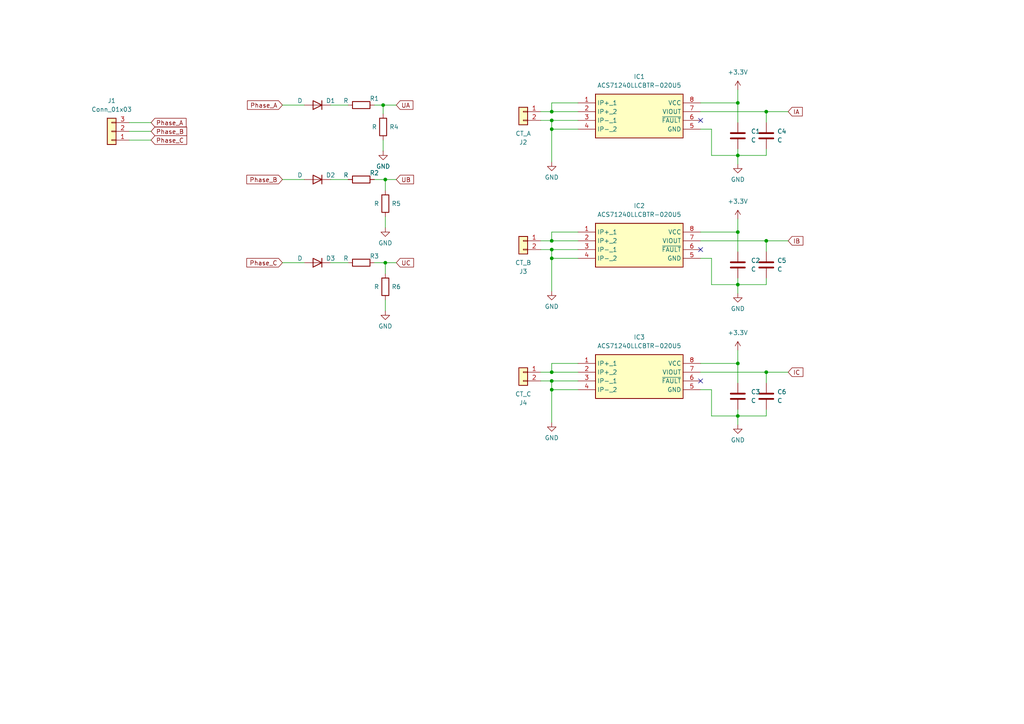
<source format=kicad_sch>
(kicad_sch (version 20250114) (generator "eeschema") (generator_version "9.0")
  (paper "A4")
  (lib_symbols
    (symbol "Connector_Generic:Conn_01x02" (pin_names (offset 1.016) (hide yes))
      (property "Reference" "J" (at 0 2.54 0))
      (property "Value" "Conn_01x02" (at 0 -5.08 0))
      (symbol "Conn_01x02_1_1"
        (rectangle (start -1.27 1.27) (end 1.27 -3.81) (stroke (width 0.254)) (fill (type background)))
        (rectangle (start -1.27 0.127) (end 0 -0.127) (stroke (width 0.1524)))
        (rectangle (start -1.27 -2.413) (end 0 -2.667) (stroke (width 0.1524)))
        (pin passive line (at -5.08 0 0) (length 3.81) (name "Pin_1") (number "1"))
        (pin passive line (at -5.08 -2.54 0) (length 3.81) (name "Pin_2") (number "2"))
      )
    )
    (symbol "Connector_Generic:Conn_01x03" (pin_names (offset 1.016) (hide yes))
      (property "Reference" "J" (at 0 5.08 0))
      (property "Value" "Conn_01x03" (at 0 -5.08 0))
      (symbol "Conn_01x03_1_1"
        (rectangle (start -1.27 3.81) (end 1.27 -3.81) (stroke (width 0.254)) (fill (type background)))
        (rectangle (start -1.27 2.667) (end 0 2.413) (stroke (width 0.1524)))
        (rectangle (start -1.27 0.127) (end 0 -0.127) (stroke (width 0.1524)))
        (rectangle (start -1.27 -2.413) (end 0 -2.667) (stroke (width 0.1524)))
        (pin passive line (at -5.08 2.54 0) (length 3.81) (name "Pin_1") (number "1"))
        (pin passive line (at -5.08 0 0) (length 3.81) (name "Pin_2") (number "2"))
        (pin passive line (at -5.08 -2.54 0) (length 3.81) (name "Pin_3") (number "3"))
      )
    )
    (symbol "Device:C" (pin_numbers (hide yes)) (pin_names (offset 0.254))
      (property "Reference" "C" (at 0.635 2.54 0))
      (property "Value" "C" (at 0.635 -2.54 0))
      (symbol "C_0_1"
        (polyline (pts (xy -2.032 0.762) (xy 2.032 0.762)) (stroke (width 0.508)))
        (polyline (pts (xy -2.032 -0.762) (xy 2.032 -0.762)) (stroke (width 0.508)))
      )
      (symbol "C_1_1"
        (pin passive line (at 0 3.81 270) (length 2.794) (name "~") (number "1"))
        (pin passive line (at 0 -3.81 90) (length 2.794) (name "~") (number "2"))
      )
    )
    (symbol "Device:D" (pin_numbers (hide yes)) (pin_names (offset 1.016) (hide yes))
      (property "Reference" "D" (at 0 2.54 0))
      (property "Value" "D" (at 0 -2.54 0))
      (symbol "D_0_1"
        (polyline (pts (xy -1.27 1.27) (xy -1.27 -1.27)) (stroke (width 0.254)))
        (polyline (pts (xy 1.27 1.27) (xy 1.27 -1.27) (xy -1.27 0) (xy 1.27 1.27)) (stroke (width 0.254)))
        (polyline (pts (xy 1.27 0) (xy -1.27 0)))
      )
      (symbol "D_1_1"
        (pin passive line (at -3.81 0 0) (length 2.54) (name "K") (number "1"))
        (pin passive line (at 3.81 0 180) (length 2.54) (name "A") (number "2"))
      )
    )
    (symbol "Device:R" (pin_numbers (hide yes)) (pin_names (offset 0))
      (property "Reference" "R" (at 2.032 0 90))
      (property "Value" "R" (at 0 0 90))
      (symbol "R_0_1"
        (rectangle (start -1.016 -2.54) (end 1.016 2.54) (stroke (width 0.254)))
      )
      (symbol "R_1_1"
        (pin passive line (at 0 3.81 270) (length 1.27) (name "~") (number "1"))
        (pin passive line (at 0 -3.81 90) (length 1.27) (name "~") (number "2"))
      )
    )
    (symbol "acs712:ACS71240LLCBTR-020U5"
      (property "Reference" "IC" (at 31.75 7.62 0))
      (property "Value" "ACS71240LLCBTR-020U5" (at 31.75 5.08 0))
      (symbol "ACS71240LLCBTR-020U5_1_1"
        (rectangle (start 5.08 2.54) (end 30.48 -10.16) (stroke (width 0.254)) (fill (type background)))
        (pin passive line (at 0 0 0) (length 5.08) (name "IP+_1") (number "1"))
        (pin passive line (at 0 -2.54 0) (length 5.08) (name "IP+_2") (number "2"))
        (pin passive line (at 0 -5.08 0) (length 5.08) (name "IP-_1") (number "3"))
        (pin passive line (at 0 -7.62 0) (length 5.08) (name "IP-_2") (number "4"))
        (pin passive line (at 35.56 0 180) (length 5.08) (name "VCC") (number "8"))
        (pin passive line (at 35.56 -2.54 180) (length 5.08) (name "VIOUT") (number "7"))
        (pin passive line (at 35.56 -5.08 180) (length 5.08) (name "~{FAULT}") (number "6"))
        (pin passive line (at 35.56 -7.62 180) (length 5.08) (name "GND") (number "5"))
      )
    )
    (symbol "power:+3.3V" (power) (pin_numbers (hide yes)) (pin_names (offset 0) (hide yes))
      (property "Value" "+3.3V" (at 0 3.556 0))
      (symbol "+3.3V_0_1"
        (polyline (pts (xy -0.762 1.27) (xy 0 2.54)))
        (polyline (pts (xy 0 2.54) (xy 0.762 1.27)))
        (polyline (pts (xy 0 0) (xy 0 2.54)))
      )
      (symbol "+3.3V_1_1"
        (pin power_in line (at 0 0 90) (length 0) (name "~") (number "1"))
      )
    )
    (symbol "power:GND" (power) (pin_numbers (hide yes)) (pin_names (offset 0) (hide yes))
      (property "Value" "GND" (at 0 -3.81 0))
      (symbol "GND_0_1"
        (polyline (pts (xy 0 0) (xy 0 -1.27) (xy 1.27 -1.27) (xy 0 -2.54) (xy -1.27 -1.27) (xy 0 -1.27)))
      )
      (symbol "GND_1_1"
        (pin power_in line (at 0 0 270) (length 0) (name "~") (number "1"))
      )
    )
  )
  (junction (at 222.25 107.95))
  (junction (at 111.76 76.2))
  (junction (at 213.995 105.41))
  (junction (at 111.76 52.07))
  (junction (at 160.02 113.03))
  (junction (at 213.995 67.31))
  (junction (at 160.02 74.93))
  (junction (at 222.25 32.385))
  (junction (at 213.995 45.085))
  (junction (at 213.995 120.65))
  (junction (at 160.02 72.39))
  (junction (at 111.125 30.48))
  (junction (at 160.02 32.385))
  (junction (at 160.02 110.49))
  (junction (at 160.02 34.925))
  (junction (at 160.02 69.85))
  (junction (at 213.995 29.845))
  (junction (at 160.02 107.95))
  (junction (at 222.25 69.85))
  (junction (at 213.995 82.55))
  (junction (at 160.02 37.465))
  (no_connect (at 203.2 110.49))
  (no_connect (at 203.2 34.925))
  (no_connect (at 203.2 72.39))
  (wire (pts (xy 111.76 79.375) (xy 111.76 76.2)))
  (wire (pts (xy 156.845 72.39) (xy 160.02 72.39)))
  (wire (pts (xy 37.465 38.1) (xy 43.815 38.1)))
  (wire (pts (xy 160.02 72.39) (xy 160.02 74.93)))
  (wire (pts (xy 95.885 30.48) (xy 100.965 30.48)))
  (wire (pts (xy 203.2 105.41) (xy 213.995 105.41)))
  (wire (pts (xy 160.02 105.41) (xy 167.64 105.41)))
  (wire (pts (xy 156.845 34.925) (xy 160.02 34.925)))
  (wire (pts (xy 222.25 73.025) (xy 222.25 69.85)))
  (wire (pts (xy 203.2 67.31) (xy 213.995 67.31)))
  (wire (pts (xy 95.885 76.2) (xy 100.965 76.2)))
  (wire (pts (xy 203.2 107.95) (xy 222.25 107.95)))
  (wire (pts (xy 213.995 105.41) (xy 213.995 101.6)))
  (wire (pts (xy 160.02 32.385) (xy 167.64 32.385)))
  (wire (pts (xy 160.02 37.465) (xy 160.02 46.99)))
  (wire (pts (xy 160.02 69.85) (xy 160.02 67.31)))
  (wire (pts (xy 160.02 34.925) (xy 160.02 37.465)))
  (wire (pts (xy 160.02 32.385) (xy 160.02 29.845)))
  (wire (pts (xy 111.76 90.17) (xy 111.76 86.995)))
  (wire (pts (xy 156.845 69.85) (xy 160.02 69.85)))
  (wire (pts (xy 160.02 107.95) (xy 167.64 107.95)))
  (wire (pts (xy 95.885 52.07) (xy 100.965 52.07)))
  (wire (pts (xy 206.375 37.465) (xy 206.375 45.085)))
  (wire (pts (xy 108.585 76.2) (xy 111.76 76.2)))
  (wire (pts (xy 156.845 110.49) (xy 160.02 110.49)))
  (wire (pts (xy 167.64 37.465) (xy 160.02 37.465)))
  (wire (pts (xy 213.995 43.18) (xy 213.995 45.085)))
  (wire (pts (xy 203.2 32.385) (xy 222.25 32.385)))
  (wire (pts (xy 203.2 37.465) (xy 206.375 37.465)))
  (wire (pts (xy 213.995 67.31) (xy 213.995 63.5)))
  (wire (pts (xy 37.465 35.56) (xy 43.815 35.56)))
  (wire (pts (xy 213.995 82.55) (xy 206.375 82.55)))
  (wire (pts (xy 111.125 30.48) (xy 114.935 30.48)))
  (wire (pts (xy 111.76 66.04) (xy 111.76 62.865)))
  (wire (pts (xy 206.375 74.93) (xy 206.375 82.55)))
  (wire (pts (xy 213.995 118.745) (xy 213.995 120.65)))
  (wire (pts (xy 213.995 47.625) (xy 213.995 45.085)))
  (wire (pts (xy 213.995 123.19) (xy 213.995 120.65)))
  (wire (pts (xy 111.125 33.02) (xy 111.125 30.48)))
  (wire (pts (xy 111.125 43.815) (xy 111.125 40.64)))
  (wire (pts (xy 167.64 74.93) (xy 160.02 74.93)))
  (wire (pts (xy 156.845 32.385) (xy 160.02 32.385)))
  (wire (pts (xy 213.995 85.09) (xy 213.995 82.55)))
  (wire (pts (xy 203.2 29.845) (xy 213.995 29.845)))
  (wire (pts (xy 81.915 52.07) (xy 88.265 52.07)))
  (wire (pts (xy 111.76 52.07) (xy 114.935 52.07)))
  (wire (pts (xy 203.2 74.93) (xy 206.375 74.93)))
  (wire (pts (xy 222.25 107.95) (xy 228.6 107.95)))
  (wire (pts (xy 108.585 52.07) (xy 111.76 52.07)))
  (wire (pts (xy 111.76 55.245) (xy 111.76 52.07)))
  (wire (pts (xy 108.585 30.48) (xy 111.125 30.48)))
  (wire (pts (xy 213.995 73.025) (xy 213.995 67.31)))
  (wire (pts (xy 160.02 110.49) (xy 160.02 113.03)))
  (wire (pts (xy 222.25 43.18) (xy 222.25 45.085)))
  (wire (pts (xy 213.995 120.65) (xy 206.375 120.65)))
  (wire (pts (xy 203.2 113.03) (xy 206.375 113.03)))
  (wire (pts (xy 167.64 34.925) (xy 160.02 34.925)))
  (wire (pts (xy 160.02 29.845) (xy 167.64 29.845)))
  (wire (pts (xy 37.465 40.64) (xy 43.815 40.64)))
  (wire (pts (xy 160.02 107.95) (xy 160.02 105.41)))
  (wire (pts (xy 222.25 118.745) (xy 222.25 120.65)))
  (wire (pts (xy 160.02 69.85) (xy 167.64 69.85)))
  (wire (pts (xy 206.375 113.03) (xy 206.375 120.65)))
  (wire (pts (xy 222.25 111.125) (xy 222.25 107.95)))
  (wire (pts (xy 222.25 120.65) (xy 213.995 120.65)))
  (wire (pts (xy 203.2 69.85) (xy 222.25 69.85)))
  (wire (pts (xy 160.02 113.03) (xy 160.02 122.555)))
  (wire (pts (xy 160.02 67.31) (xy 167.64 67.31)))
  (wire (pts (xy 81.915 76.2) (xy 88.265 76.2)))
  (wire (pts (xy 213.995 29.845) (xy 213.995 26.035)))
  (wire (pts (xy 156.845 107.95) (xy 160.02 107.95)))
  (wire (pts (xy 222.25 35.56) (xy 222.25 32.385)))
  (wire (pts (xy 222.25 32.385) (xy 228.6 32.385)))
  (wire (pts (xy 222.25 69.85) (xy 228.6 69.85)))
  (wire (pts (xy 167.64 110.49) (xy 160.02 110.49)))
  (wire (pts (xy 167.64 72.39) (xy 160.02 72.39)))
  (wire (pts (xy 160.02 74.93) (xy 160.02 84.455)))
  (wire (pts (xy 213.995 80.645) (xy 213.995 82.55)))
  (wire (pts (xy 81.915 30.48) (xy 88.265 30.48)))
  (wire (pts (xy 167.64 113.03) (xy 160.02 113.03)))
  (wire (pts (xy 222.25 82.55) (xy 213.995 82.55)))
  (wire (pts (xy 111.76 76.2) (xy 114.935 76.2)))
  (wire (pts (xy 213.995 45.085) (xy 206.375 45.085)))
  (wire (pts (xy 213.995 111.125) (xy 213.995 105.41)))
  (wire (pts (xy 213.995 35.56) (xy 213.995 29.845)))
  (wire (pts (xy 222.25 45.085) (xy 213.995 45.085)))
  (wire (pts (xy 222.25 80.645) (xy 222.25 82.55)))
  (global_label "UA" (shape input) (at 114.935 30.48 0) (property "Intersheetrefs" "${INTERSHEET_REFS}" (effects (hide yes))))
  (global_label "IC" (shape input) (at 228.6 107.95 0) (property "Intersheetrefs" "${INTERSHEET_REFS}" (effects (hide yes))))
  (global_label "Phase_C" (shape input) (at 43.815 40.64 0) (property "Intersheetrefs" "${INTERSHEET_REFS}" (effects (hide yes))))
  (global_label "Phase_B" (shape input) (at 81.915 52.07 180) (property "Intersheetrefs" "${INTERSHEET_REFS}" (effects (hide yes))))
  (global_label "Phase_B" (shape input) (at 43.815 38.1 0) (property "Intersheetrefs" "${INTERSHEET_REFS}" (effects (hide yes))))
  (global_label "Phase_A" (shape input) (at 81.915 30.48 180) (property "Intersheetrefs" "${INTERSHEET_REFS}" (effects (hide yes))))
  (global_label "Phase_C" (shape input) (at 81.915 76.2 180) (property "Intersheetrefs" "${INTERSHEET_REFS}" (effects (hide yes))))
  (global_label "UC" (shape input) (at 114.935 76.2 0) (property "Intersheetrefs" "${INTERSHEET_REFS}" (effects (hide yes))))
  (global_label "IB" (shape input) (at 228.6 69.85 0) (property "Intersheetrefs" "${INTERSHEET_REFS}" (effects (hide yes))))
  (global_label "Phase_A" (shape input) (at 43.815 35.56 0) (property "Intersheetrefs" "${INTERSHEET_REFS}" (effects (hide yes))))
  (global_label "UB" (shape input) (at 114.935 52.07 0) (property "Intersheetrefs" "${INTERSHEET_REFS}" (effects (hide yes))))
  (global_label "IA" (shape input) (at 228.6 32.385 0) (property "Intersheetrefs" "${INTERSHEET_REFS}" (effects (hide yes))))
  (symbol (lib_id "Device:C") (at 222.25 39.37 0) (unit 1)
    (property "Reference" "C4" (at 225.425 38.0999 0) (effects (justify left)))
    (property "Value" "C" (at 225.425 40.6399 0) (effects (justify left)))
    (property "Description" "Unpolarized capacitor" (effects (hide yes)))
  )
  (symbol (lib_id "Device:R") (at 104.775 76.2 90) (unit 1)
    (property "Reference" "R3" (at 108.585 74.295 90))
    (property "Value" "R" (at 100.33 74.93 90))
    (property "Description" "Resistor" (effects (hide yes)))
  )
  (symbol (lib_id "Device:D") (at 92.075 76.2 180) (unit 1)
    (property "Reference" "D3" (at 95.885 74.93 0))
    (property "Value" "D" (at 86.995 74.93 0))
    (property "Description" "Diode" (effects (hide yes)))
    (property "Sim.Device" "D" (effects (hide yes)))
    (property "Sim.Pins" "1=K 2=A" (effects (hide yes)))
  )
  (symbol (lib_id "Connector_Generic:Conn_01x02") (at 151.765 69.85 0) (mirror y) (unit 1)
    (property "Reference" "J3" (at 151.765 78.74 0))
    (property "Value" "CT_B" (at 151.765 76.2 0))
    (property "Description" "Generic connector, single row, 01x02, script generated (kicad-library-utils/schlib/autogen/connector/)" (effects (hide yes)))
  )
  (symbol (lib_id "power:GND") (at 213.995 47.625 0) (unit 1)
    (property "Reference" "#PWR05" (effects (hide yes)))
    (property "Value" "GND" (at 213.995 52.07 0))
    (property "Description" "Power symbol creates a global label with name \"GND\" , ground" (effects (hide yes)))
  )
  (symbol (lib_id "Device:C") (at 213.995 76.835 0) (unit 1)
    (property "Reference" "C2" (at 217.805 75.5649 0) (effects (justify left)))
    (property "Value" "C" (at 217.805 78.1049 0) (effects (justify left)))
    (property "Description" "Unpolarized capacitor" (effects (hide yes)))
  )
  (symbol (lib_id "power:+3.3V") (at 213.995 26.035 0) (unit 1)
    (property "Reference" "#PWR06" (effects (hide yes)))
    (property "Value" "+3.3V" (at 213.995 20.955 0))
    (property "Description" "Power symbol creates a global label with name \"+3.3V\"" (effects (hide yes)))
  )
  (symbol (lib_id "power:GND") (at 213.995 123.19 0) (unit 1)
    (property "Reference" "#PWR012" (effects (hide yes)))
    (property "Value" "GND" (at 213.995 127.635 0))
    (property "Description" "Power symbol creates a global label with name \"GND\" , ground" (effects (hide yes)))
  )
  (symbol (lib_id "Device:R") (at 111.76 83.185 0) (unit 1)
    (property "Reference" "R6" (at 114.935 83.185 0))
    (property "Value" "R" (at 109.22 83.185 0))
    (property "Description" "Resistor" (effects (hide yes)))
  )
  (symbol (lib_id "Device:D") (at 92.075 52.07 180) (unit 1)
    (property "Reference" "D2" (at 95.885 50.8 0))
    (property "Value" "D" (at 86.995 50.8 0))
    (property "Description" "Diode" (effects (hide yes)))
    (property "Sim.Device" "D" (effects (hide yes)))
    (property "Sim.Pins" "1=K 2=A" (effects (hide yes)))
  )
  (symbol (lib_id "power:GND") (at 160.02 46.99 0) (unit 1)
    (property "Reference" "#PWR01" (effects (hide yes)))
    (property "Value" "GND" (at 160.02 51.435 0))
    (property "Description" "Power symbol creates a global label with name \"GND\" , ground" (effects (hide yes)))
  )
  (symbol (lib_id "Device:R") (at 111.125 36.83 0) (unit 1)
    (property "Reference" "R4" (at 114.3 36.83 0))
    (property "Value" "R" (at 108.585 36.83 0))
    (property "Description" "Resistor" (effects (hide yes)))
  )
  (symbol (lib_id "Device:R") (at 111.76 59.055 0) (unit 1)
    (property "Reference" "R5" (at 114.935 59.055 0))
    (property "Value" "R" (at 109.22 59.055 0))
    (property "Description" "Resistor" (effects (hide yes)))
  )
  (symbol (lib_id "Device:R") (at 104.775 52.07 90) (unit 1)
    (property "Reference" "R2" (at 108.585 50.165 90))
    (property "Value" "R" (at 100.33 50.8 90))
    (property "Description" "Resistor" (effects (hide yes)))
  )
  (symbol (lib_id "power:+3.3V") (at 213.995 63.5 0) (unit 1)
    (property "Reference" "#PWR08" (effects (hide yes)))
    (property "Value" "+3.3V" (at 213.995 58.42 0))
    (property "Description" "Power symbol creates a global label with name \"+3.3V\"" (effects (hide yes)))
  )
  (symbol (lib_id "Device:D") (at 92.075 30.48 180) (unit 1)
    (property "Reference" "D1" (at 95.885 29.21 0))
    (property "Value" "D" (at 86.995 29.21 0))
    (property "Description" "Diode" (effects (hide yes)))
    (property "Sim.Device" "D" (effects (hide yes)))
    (property "Sim.Pins" "1=K 2=A" (effects (hide yes)))
  )
  (symbol (lib_id "Device:R") (at 104.775 30.48 90) (unit 1)
    (property "Reference" "R1" (at 108.585 28.575 90))
    (property "Value" "R" (at 100.33 29.21 90))
    (property "Description" "Resistor" (effects (hide yes)))
  )
  (symbol (lib_id "Device:C") (at 213.995 114.935 0) (unit 1)
    (property "Reference" "C3" (at 217.805 113.6649 0) (effects (justify left)))
    (property "Value" "C" (at 217.805 116.2049 0) (effects (justify left)))
    (property "Description" "Unpolarized capacitor" (effects (hide yes)))
  )
  (symbol (lib_id "Device:C") (at 222.25 114.935 0) (unit 1)
    (property "Reference" "C6" (at 225.425 113.6649 0) (effects (justify left)))
    (property "Value" "C" (at 225.425 116.2049 0) (effects (justify left)))
    (property "Description" "Unpolarized capacitor" (effects (hide yes)))
  )
  (symbol (lib_id "acs712:ACS71240LLCBTR-020U5") (at 167.64 105.41 0) (unit 1)
    (property "Reference" "IC3" (at 185.42 97.79 0))
    (property "Value" "ACS71240LLCBTR-020U5" (at 185.42 100.33 0))
    (property "Footprint" "SOIC127P600X175-8N" (effects (hide yes)))
    (property "Datasheet" "https://www.mouser.de/datasheet/2/1115/ACS71240_Datasheet-3079675.pdf" (effects (hide yes)))
    (property "Description" "Board Mount Current Sensors CURRENT SENSOR IC WITH COMMON MODE REJECTION AND OVERCURRENT FAULT" (effects (hide yes)))
    (property "Height" "1.75" (effects (hide yes)))
    (property "Mouser Part Number" "250-S71240LLCBTR020U" (effects (hide yes)))
    (property "Mouser Price/Stock" "https://www.mouser.co.uk/ProductDetail/Allegro-MicroSystems/ACS71240LLCBTR-020U5?qs=rQFj71Wb1eXatIJDjqEsyg%3D%3D" (effects (hide yes)))
    (property "Manufacturer_Name" "Allegro Microsystems" (effects (hide yes)))
    (property "Manufacturer_Part_Number" "ACS71240LLCBTR-020U5" (effects (hide yes)))
  )
  (symbol (lib_id "acs712:ACS71240LLCBTR-020U5") (at 167.64 67.31 0) (unit 1)
    (property "Reference" "IC2" (at 185.42 59.69 0))
    (property "Value" "ACS71240LLCBTR-020U5" (at 185.42 62.23 0))
    (property "Footprint" "SOIC127P600X175-8N" (effects (hide yes)))
    (property "Datasheet" "https://www.mouser.de/datasheet/2/1115/ACS71240_Datasheet-3079675.pdf" (effects (hide yes)))
    (property "Description" "Board Mount Current Sensors CURRENT SENSOR IC WITH COMMON MODE REJECTION AND OVERCURRENT FAULT" (effects (hide yes)))
    (property "Height" "1.75" (effects (hide yes)))
    (property "Mouser Part Number" "250-S71240LLCBTR020U" (effects (hide yes)))
    (property "Mouser Price/Stock" "https://www.mouser.co.uk/ProductDetail/Allegro-MicroSystems/ACS71240LLCBTR-020U5?qs=rQFj71Wb1eXatIJDjqEsyg%3D%3D" (effects (hide yes)))
    (property "Manufacturer_Name" "Allegro Microsystems" (effects (hide yes)))
    (property "Manufacturer_Part_Number" "ACS71240LLCBTR-020U5" (effects (hide yes)))
  )
  (symbol (lib_id "Device:C") (at 222.25 76.835 0) (unit 1)
    (property "Reference" "C5" (at 225.425 75.5649 0) (effects (justify left)))
    (property "Value" "C" (at 225.425 78.1049 0) (effects (justify left)))
    (property "Description" "Unpolarized capacitor" (effects (hide yes)))
  )
  (symbol (lib_id "power:GND") (at 213.995 85.09 0) (unit 1)
    (property "Reference" "#PWR09" (effects (hide yes)))
    (property "Value" "GND" (at 213.995 89.535 0))
    (property "Description" "Power symbol creates a global label with name \"GND\" , ground" (effects (hide yes)))
  )
  (symbol (lib_id "acs712:ACS71240LLCBTR-020U5") (at 167.64 29.845 0) (unit 1)
    (property "Reference" "IC1" (at 185.42 22.225 0))
    (property "Value" "ACS71240LLCBTR-020U5" (at 185.42 24.765 0))
    (property "Footprint" "SOIC127P600X175-8N" (effects (hide yes)))
    (property "Datasheet" "https://www.mouser.de/datasheet/2/1115/ACS71240_Datasheet-3079675.pdf" (effects (hide yes)))
    (property "Description" "Board Mount Current Sensors CURRENT SENSOR IC WITH COMMON MODE REJECTION AND OVERCURRENT FAULT" (effects (hide yes)))
    (property "Height" "1.75" (effects (hide yes)))
    (property "Mouser Part Number" "250-S71240LLCBTR020U" (effects (hide yes)))
    (property "Mouser Price/Stock" "https://www.mouser.co.uk/ProductDetail/Allegro-MicroSystems/ACS71240LLCBTR-020U5?qs=rQFj71Wb1eXatIJDjqEsyg%3D%3D" (effects (hide yes)))
    (property "Manufacturer_Name" "Allegro Microsystems" (effects (hide yes)))
    (property "Manufacturer_Part_Number" "ACS71240LLCBTR-020U5" (effects (hide yes)))
  )
  (symbol (lib_id "Device:C") (at 213.995 39.37 0) (unit 1)
    (property "Reference" "C1" (at 217.805 38.0999 0) (effects (justify left)))
    (property "Value" "C" (at 217.805 40.6399 0) (effects (justify left)))
    (property "Description" "Unpolarized capacitor" (effects (hide yes)))
  )
  (symbol (lib_id "power:GND") (at 160.02 122.555 0) (unit 1)
    (property "Reference" "#PWR010" (effects (hide yes)))
    (property "Value" "GND" (at 160.02 127 0))
    (property "Description" "Power symbol creates a global label with name \"GND\" , ground" (effects (hide yes)))
  )
  (symbol (lib_id "power:GND") (at 111.76 90.17 0) (unit 1)
    (property "Reference" "#PWR04" (effects (hide yes)))
    (property "Value" "GND" (at 111.76 94.615 0))
    (property "Description" "Power symbol creates a global label with name \"GND\" , ground" (effects (hide yes)))
  )
  (symbol (lib_id "power:GND") (at 111.125 43.815 0) (unit 1)
    (property "Reference" "#PWR02" (effects (hide yes)))
    (property "Value" "GND" (at 111.125 48.26 0))
    (property "Description" "Power symbol creates a global label with name \"GND\" , ground" (effects (hide yes)))
  )
  (symbol (lib_id "power:GND") (at 160.02 84.455 0) (unit 1)
    (property "Reference" "#PWR07" (effects (hide yes)))
    (property "Value" "GND" (at 160.02 88.9 0))
    (property "Description" "Power symbol creates a global label with name \"GND\" , ground" (effects (hide yes)))
  )
  (symbol (lib_id "power:+3.3V") (at 213.995 101.6 0) (unit 1)
    (property "Reference" "#PWR011" (effects (hide yes)))
    (property "Value" "+3.3V" (at 213.995 96.52 0))
    (property "Description" "Power symbol creates a global label with name \"+3.3V\"" (effects (hide yes)))
  )
  (symbol (lib_id "Connector_Generic:Conn_01x02") (at 151.765 32.385 0) (mirror y) (unit 1)
    (property "Reference" "J2" (at 151.765 41.275 0))
    (property "Value" "CT_A" (at 151.765 38.735 0))
    (property "Description" "Generic connector, single row, 01x02, script generated (kicad-library-utils/schlib/autogen/connector/)" (effects (hide yes)))
  )
  (symbol (lib_id "Connector_Generic:Conn_01x02") (at 151.765 107.95 0) (mirror y) (unit 1)
    (property "Reference" "J4" (at 151.765 116.84 0))
    (property "Value" "CT_C" (at 151.765 114.3 0))
    (property "Description" "Generic connector, single row, 01x02, script generated (kicad-library-utils/schlib/autogen/connector/)" (effects (hide yes)))
  )
  (symbol (lib_id "power:GND") (at 111.76 66.04 0) (unit 1)
    (property "Reference" "#PWR03" (effects (hide yes)))
    (property "Value" "GND" (at 111.76 70.485 0))
    (property "Description" "Power symbol creates a global label with name \"GND\" , ground" (effects (hide yes)))
  )
  (symbol (lib_id "Connector_Generic:Conn_01x03") (at 32.385 38.1 180) (unit 1)
    (property "Reference" "J1" (at 32.385 29.21 0))
    (property "Value" "Conn_01x03" (at 32.385 31.75 0))
    (property "Description" "Generic connector, single row, 01x03, script generated (kicad-library-utils/schlib/autogen/connector/)" (effects (hide yes)))
  )
)
</source>
